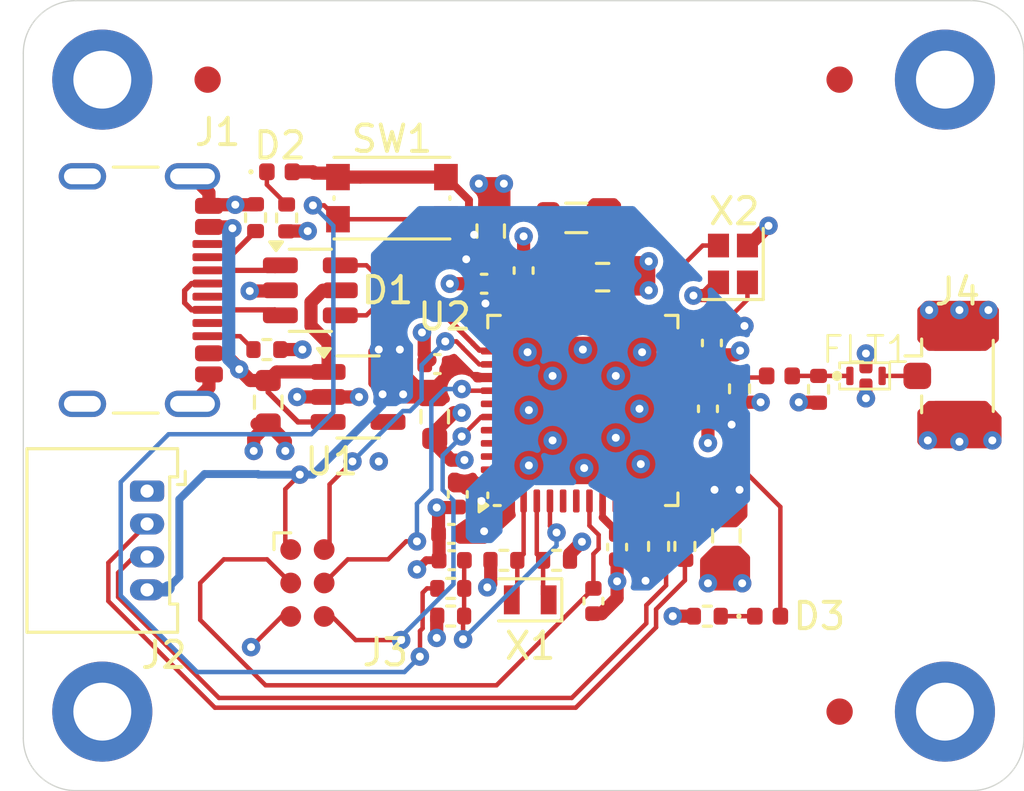
<source format=kicad_pcb>
(kicad_pcb (version 20240108) (generator "pcbnew") (generator_version "8.0")
  (layers (0 "F.Cu" signal) (1 "In1.Cu" signal) (2 "In2.Cu" signal) (31 "B.Cu" signal) (34 "B.Paste" user) (35 "F.Paste" user) (36 "B.SilkS" user "B.Silkscreen") (37 "F.SilkS" user "F.Silkscreen") (38 "B.Mask" user) (39 "F.Mask" user) (44 "Edge.Cuts" user))
  (net 0 "")
  (net 1 "GND")
  (net 2 "+5V")
  (net 3 "+3.3V")
  (net 4 "/LSE_OUT")
  (net 5 "/LSE_IN")
  (net 6 "/SWD_NRST")
  (net 7 "/SMPSFB")
  (net 8 "/RF")
  (net 9 "/RF_MATCH")
  (net 10 "/BOOT0")
  (net 11 "/LED_A")
  (net 12 "/RF_ANT")
  (net 14 "/USBC_CC1")
  (net 15 "/USBC_CC2")
  (net 17 "/USBC_D+")
  (net 18 "/USBC_D-")
  (net 19 "/SWD_CLK")
  (net 20 "/SWD_IO")
  (net 21 "/SWD_SWO")
  (net 22 "/UART_TXC")
  (net 23 "/UART_TXR")
  (net 24 "/SMPSLXL")
  (net 25 "/SMPSLX")
  (net 26 "/UART_TX")
  (net 27 "/UART_RX")
  (net 29 "/USB_D-")
  (net 30 "/USB_D+")
  (net 31 "/HSE_IN")
  (net 32 "/HSE_OUT")
  (net 33 "Net-(D2-K)")
  (net 55 "Net-(D3-K)")
  (net 56 "Net-(R8-Pad2)")
  (footprint "Capacitor_SMD:C_0402_1005Metric" (layer "F.Cu") (at 110.5645 77.4665 -90)
    (property "Reference" "C11" (hide yes))
    (property "Value" "100n" (hide yes))
  )
  (footprint "Capacitor_SMD:C_0402_1005Metric" (layer "F.Cu") (at 107.0145 66.9665 90)
    (property "Reference" "C10" (hide yes))
    (property "Value" "100n" (hide yes))
  )
  (footprint "Capacitor_SMD:C_0402_1005Metric" (layer "F.Cu") (at 105.5145 67.4665 180)
    (property "Reference" "C4" (hide yes))
    (property "Value" "100n" (hide yes))
  )
  (footprint "Inductor_SMD:L_0402_1005Metric" (layer "F.Cu") (at 116.7295 70.9665)
    (property "Reference" "L3" (hide yes))
    (property "Value" "2n7" (hide yes))
  )
  (footprint "LED_SMD:LED_0402_1005Metric" (layer "F.Cu") (at 97.7495 63.2165)
    (property "Reference" "D2")
    (property "Value" "LED" (hide yes))
  )
  (footprint "LED_SMD:LED_0402_1005Metric" (layer "F.Cu") (at 116.2795 80.0915)
    (property "Reference" "D3")
    (property "Value" "LED" (hide yes))
  )
  (footprint "Resistor_SMD:R_0402_1005Metric" (layer "F.Cu") (at 104.247 79.0365 180)
    (property "Reference" "R8" (hide yes))
    (property "Value" "220R" (hide yes))
  )
  (footprint "Resistor_SMD:R_0402_1005Metric" (layer "F.Cu") (at 98.0145 64.9665 90)
    (property "Reference" "R3" (hide yes))
    (property "Value" "220R" (hide yes))
  )
  (footprint "Package_DFN_QFN:QFN-48-1EP_7x7mm_P0.5mm_EP5.6x5.6mm" (layer "F.Cu") (at 109.2645 72.279 90)
    (property "Reference" "U2")
    (property "Value" "STM32WB55CEU6" (hide yes))
  )
  (footprint "MountingHole:MountingHole_2.2mm_M2_DIN965_Pad" (layer "F.Cu") (at 123.0145 83.7165)
    (property "Reference" "H4" (hide yes))
    (property "Value" "MountingHole_Pad" (hide yes))
  )
  (footprint "Connector_Coaxial:U.FL_Hirose_U.FL-R-SMT-1_Vertical" (layer "F.Cu") (at 123.0145 70.9665)
    (property "Reference" "J4")
    (property "Value" "Conn_Coaxial" (hide yes))
  )
  (footprint "Resistor_SMD:R_0402_1005Metric" (layer "F.Cu") (at 104.2445 80.0865 180)
    (property "Reference" "R7" (hide yes))
    (property "Value" "5k1" (hide yes))
  )
  (footprint "Capacitor_SMD:C_0402_1005Metric" (layer "F.Cu") (at 109.6645 79.5165 -90)
    (property "Reference" "C15" (hide yes))
    (property "Value" "100n" (hide yes))
  )
  (footprint "Resistor_SMD:R_0402_1005Metric" (layer "F.Cu") (at 108.2645 77.9715)
    (property "Reference" "C13" (hide yes))
    (property "Value" "10p" (hide yes))
  )
  (footprint "Button_Switch_SMD:SW_Push_1P1T_NO_CK_KMR2" (layer "F.Cu") (at 102.0145 64.2165 180)
    (property "Reference" "SW1")
    (property "Value" "SW_Push" (hide yes))
  )
  (footprint "Resistor_SMD:R_0402_1005Metric" (layer "F.Cu") (at 113.9895 80.0915)
    (property "Reference" "R6" (hide yes))
    (property "Value" "220R" (hide yes))
  )
  (footprint "Bluephil_PCBFootprints:DLF162500LT-5028A1" (layer "F.Cu") (at 120.017 70.9675)
    (property "Reference" "FLT1")
    (property "Value" "DLF162500LT-5028A1" (hide yes))
  )
  (footprint "Inductor_SMD:L_0402_1005Metric" (layer "F.Cu") (at 108.0145 66.9815 90)
    (property "Reference" "L1" (hide yes))
    (property "Value" "10n" (hide yes))
  )
  (footprint "MountingHole:MountingHole_2.2mm_M2_DIN965_Pad" (layer "F.Cu") (at 91.0145 59.7165)
    (property "Reference" "H1" (hide yes))
    (property "Value" "MountingHole_Pad" (hide yes))
  )
  (footprint "Capacitor_SMD:C_0402_1005Metric" (layer "F.Cu") (at 104.2845 77.9665 180)
    (property "Reference" "C19" (hide yes))
    (property "Value" "100n" (hide yes))
  )
  (footprint "Fiducial:Fiducial_1mm_Mask2mm" (layer "F.Cu") (at 119.0145 83.7165)
    (property "Reference" "FM3" (hide yes))
    (property "Value" "Fiducial" (hide yes))
  )
  (footprint "Resistor_SMD:R_0603_1608Metric" (layer "F.Cu") (at 105.7645 65.4665 90)
    (property "Reference" "C8" (hide yes))
    (property "Value" "4u7" (hide yes))
  )
  (footprint "Connector_Molex:Molex_PicoBlade_53048-0410_1x04_P1.25mm_Horizontal" (layer "F.Cu") (at 92.7145 75.3415 -90)
    (property "Reference" "J3")
    (property "Value" "Conn_01x04" (hide yes))
  )
  (footprint "Capacitor_SMD:C_0402_1005Metric" (layer "F.Cu") (at 104.2645 76.9665 180)
    (property "Reference" "C9" (hide yes))
    (property "Value" "100n" (hide yes))
  )
  (footprint "Capacitor_SMD:C_0402_1005Metric" (layer "F.Cu") (at 103.7395 70.5165 180)
    (property "Reference" "C6" (hide yes))
    (property "Value" "100n" (hide yes))
  )
  (footprint "Crystal:Crystal_SMD_2012-2Pin_2.0x1.2mm" (layer "F.Cu") (at 107.2645 79.4715 180)
    (property "Reference" "X1")
    (property "Value" "32k768" (hide yes))
  )
  (footprint "Resistor_SMD:R_0402_1005Metric" (layer "F.Cu") (at 118.2145 71.4765 -90)
    (property "Reference" "C18" (hide yes))
    (property "Value" "0p3" (hide yes))
  )
  (footprint "Fiducial:Fiducial_1mm_Mask2mm" (layer "F.Cu") (at 95.0145 59.7165)
    (property "Reference" "FM1" (hide yes))
    (property "Value" "Fiducial" (hide yes))
  )
  (footprint "Capacitor_SMD:C_0402_1005Metric" (layer "F.Cu") (at 114.1645 69.7165 -90)
    (property "Reference" "C12" (hide yes))
    (property "Value" "100n" (hide yes))
  )
  (footprint "Resistor_SMD:R_0402_1005Metric" (layer "F.Cu") (at 112.1395 77.4415 90)
    (property "Reference" "R4" (hide yes))
    (property "Value" "220R" (hide yes))
  )
  (footprint "Resistor_SMD:R_0603_1608Metric" (layer "F.Cu") (at 97.3145 71.9665 -90)
    (property "Reference" "C1" (hide yes))
    (property "Value" "4u7" (hide yes))
  )
  (footprint "Capacitor_SMD:C_0402_1005Metric" (layer "F.Cu") (at 104.5145 75.4665 -90)
    (property "Reference" "C7" (hide yes))
    (property "Value" "100n" (hide yes))
  )
  (footprint "Connector:Tag-Connect_TC2030-IDC-FP_2x03_P1.27mm_Vertical" (layer "F.Cu") (at 98.8045 78.8315 -90)
    (property "Reference" "J2")
    (property "Value" "Conn_ARM_SWD_TagConnect_TC2030" (hide yes))
  )
  (footprint "Connector_USB:USB_C_Receptacle_GCT_USB4105-xx-A_16P_TopMnt_Horizontal" (layer "F.Cu") (at 91.3345 67.7085 -90)
    (property "Reference" "J1")
    (property "Value" "USB_C_Receptacle_USB2.0_16P" (hide yes))
  )
  (footprint "Resistor_SMD:R_0603_1608Metric" (layer "F.Cu") (at 110.0145 67.2165)
    (property "Reference" "C16" (hide yes))
    (property "Value" "4u7" (hide yes))
  )
  (footprint "Package_TO_SOT_SMD:SOT-23-6" (layer "F.Cu") (at 98.9145 67.7165)
    (property "Reference" "D1")
    (property "Value" "USBLC6-2SC6" (hide yes))
  )
  (footprint "Resistor_SMD:R_0402_1005Metric" (layer "F.Cu") (at 115.2145 71.4565 -90)
    (property "Reference" "C17" (hide yes))
    (property "Value" "0p8" (hide yes))
  )
  (footprint "Resistor_SMD:R_0402_1005Metric" (layer "F.Cu") (at 113.1395 77.4415 90)
    (property "Reference" "R5" (hide yes))
    (property "Value" "220R" (hide yes))
  )
  (footprint "Crystal:Crystal_SMD_2016-4Pin_2.0x1.6mm" (layer "F.Cu") (at 114.9645 66.7165 90)
    (property "Reference" "X2")
    (property "Value" "32M" (hide yes))
  )
  (footprint "Inductor_SMD:L_0805_2012Metric" (layer "F.Cu") (at 109.0145 64.9665)
    (property "Reference" "L2" (hide yes))
    (property "Value" "10u" (hide yes))
  )
  (footprint "Resistor_SMD:R_0402_1005Metric" (layer "F.Cu") (at 96.8345 64.9565 90)
    (property "Reference" "R2" (hide yes))
    (property "Value" "5k1" (hide yes))
  )
  (footprint "Resistor_SMD:R_0402_1005Metric" (layer "F.Cu") (at 97.2645 69.9665)
    (property "Reference" "R1" (hide yes))
    (property "Value" "5k1" (hide yes))
  )
  (footprint "Resistor_SMD:R_0603_1608Metric" (layer "F.Cu") (at 103.6395 72.5165 -90)
    (property "Reference" "C3" (hide yes))
    (property "Value" "4u7" (hide yes))
  )
  (footprint "MountingHole:MountingHole_2.2mm_M2_DIN965_Pad" (layer "F.Cu") (at 123.0145 59.7165)
    (property "Reference" "H3" (hide yes))
    (property "Value" "MountingHole_Pad" (hide yes))
  )
  (footprint "Fiducial:Fiducial_1mm_Mask2mm" (layer "F.Cu") (at 119.0145 59.7165)
    (property "Reference" "FM2" (hide yes))
    (property "Value" "Fiducial" (hide yes))
  )
  (footprint "Package_TO_SOT_SMD:SOT-23-5" (layer "F.Cu") (at 100.727 71.7665)
    (property "Reference" "U1")
    (property "Value" "MIC5365-3.3YD5" (hide yes))
  )
  (footprint "MountingHole:MountingHole_2.2mm_M2_DIN965_Pad" (layer "F.Cu") (at 91.0145 83.7165)
    (property "Reference" "H2" (hide yes))
    (property "Value" "MountingHole_Pad" (hide yes))
  )
  (footprint "Resistor_SMD:R_0603_1608Metric" (layer "F.Cu") (at 114.7145 77.0415 -90)
    (property "Reference" "C2" (hide yes))
    (property "Value" "4u7" (hide yes))
  )
  (footprint "Capacitor_SMD:C_0402_1005Metric" (layer "F.Cu") (at 114.0145 72.2165 -90)
    (property "Reference" "C5" (hide yes))
    (property "Value" "100n" (hide yes))
  )
  (footprint "Resistor_SMD:R_0402_1005Metric" (layer "F.Cu") (at 106.2645 77.9715 180)
    (property "Reference" "C14" (hide yes))
    (property "Value" "10p" (hide yes))
  )
  (gr_arc (start 88.0145 58.7165) (mid 88.600286 57.302286) (end 90.0145 56.7165) (stroke (width 0.05)) (layer "Edge.Cuts"))
  (gr_arc (start 126.0145 84.7165) (mid 125.428714 86.130714) (end 124.0145 86.7165) (stroke (width 0.05)) (layer "Edge.Cuts"))
  (gr_line (start 90.0145 56.7165) (end 124.0145 56.7165) (stroke (width 0.05)) (layer "Edge.Cuts"))
  (gr_line (start 90.0145 86.7165) (end 124.0145 86.7165) (stroke (width 0.05)) (layer "Edge.Cuts"))
  (gr_arc (start 90.0145 86.7165) (mid 88.600286 86.130714) (end 88.0145 84.7165) (stroke (width 0.05)) (layer "Edge.Cuts"))
  (gr_line (start 88.0145 58.7165) (end 88.0145 84.7165) (stroke (width 0.05)) (layer "Edge.Cuts"))
  (gr_line (start 126.0145 58.7165) (end 126.0145 84.7165) (stroke (width 0.05)) (layer "Edge.Cuts"))
  (gr_arc (start 124.0145 56.7165) (mid 125.428714 57.302286) (end 126.0145 58.7165) (stroke (width 0.05)) (layer "Edge.Cuts"))
  (segment (start 103.3145 77.9665) (end 103.8045 77.9665) (width 0.3) (layer "F.Cu") (net 1))
  (segment (start 96.6645 81.2665) (end 97.8295 80.1015) (width 0.17) (layer "F.Cu") (net 1))
  (segment (start 115.5145 66.0165) (end 115.5645 66.0165) (width 0.5) (layer "F.Cu") (net 1))
  (segment (start 95.0645 64.5085) (end 95.0645 64.0135) (width 0.5) (layer "F.Cu") (net 1))
  (segment (start 102.9645 78.3165) (end 103.3145 77.9665) (width 0.3) (layer "F.Cu") (net 1))
  (segment (start 104.762523 74.1665) (end 104.767427 74.161596) (width 0.5) (layer "F.Cu") (net 1))
  (segment (start 113.4795 80.0915) (end 112.6795 80.0915) (width 0.5) (layer "F.Cu") (net 1))
  (segment (start 105.7645 78.8665) (end 105.6345 78.9965) (width 0.5) (layer "F.Cu") (net 1))
  (segment (start 109.974499 79.9965) (end 110.5645 79.406499) (width 0.5) (layer "F.Cu") (net 1))
  (segment (start 98.0145 65.4665) (end 98.8145 65.4665) (width 0.5) (layer "F.Cu") (net 1))
  (segment (start 107.0145 66.4665) (end 107.0145 65.6665) (width 0.5) (layer "F.Cu") (net 1))
  (segment (start 109.2295 77.2665) (end 108.7645 77.7315) (width 0.5) (layer "F.Cu") (net 1))
  (segment (start 108.7645 77.7315) (end 108.7645 77.9715) (width 0.5) (layer "F.Cu") (net 1))
  (segment (start 97.752 67.7415) (end 97.777 67.7165) (width 0.5) (layer "F.Cu") (net 1))
  (segment (start 113.832 70.529) (end 114.1645 70.1965) (width 0.25) (layer "F.Cu") (net 1))
  (segment (start 103.8045 76.9865) (end 103.7845 76.9665) (width 0.5) (layer "F.Cu") (net 1))
  (segment (start 96.0145 64.5165) (end 96.0645 64.4665) (width 0.5) (layer "F.Cu") (net 1))
  (segment (start 103.6395 73.0915) (end 104.365241 72.365759) (width 0.5) (layer "F.Cu") (net 1))
  (segment (start 112.702 70.529) (end 111.0145 70.529) (width 0.25) (layer "F.Cu") (net 1))
  (segment (start 95.1065 64.4665) (end 95.0645 64.5085) (width 0.5) (layer "F.Cu") (net 1))
  (segment (start 110.5645 79.406499) (end 110.5645 78.7665) (width 0.5) (layer "F.Cu") (net 1))
  (segment (start 97.9645 73.8165) (end 97.9645 73.4415) (width 0.5) (layer "F.Cu") (net 1))
  (segment (start 103.7845 76.0365) (end 103.7145 75.9665) (width 0.5) (layer "F.Cu") (net 1))
  (segment (start 99.5895 71.7665) (end 100.7645 71.7665) (width 0.5) (layer "F.Cu") (net 1))
  (segment (start 103.8045 77.9665) (end 103.8045 76.9865) (width 0.5) (layer "F.Cu") (net 1))
  (segment (start 110.5645 77.9665) (end 110.5645 78.7665) (width 0.5) (layer "F.Cu") (net 1))
  (segment (start 113.9145 67.9165) (end 114.4145 67.4165) (width 0.5) (layer "F.Cu") (net 1))
  (segment (start 115.0745 70.1665) (end 115.2345 70.0065) (width 0.5) (layer "F.Cu") (net 1))
  (segment (start 118.2645 71.9665) (end 117.4645 71.9665) (width 0.5) (layer "F.Cu") (net 1))
  (segment (start 108.5145 71.529) (end 109.2645 72.279) (width 0.25) (layer "F.Cu") (net 1))
  (segment (start 112.702 70.529) (end 113.832 70.529) (width 0.25) (layer "F.Cu") (net 1))
  (segment (start 95.0645 71.4035) (end 94.4395 72.0285) (width 0.5) (layer "F.Cu") (net 1))
  (segment (start 111.0145 70.529) (end 109.2645 72.279) (width 0.25) (layer "F.Cu") (net 1))
  (segment (start 113.4645 67.9165) (end 113.9145 67.9165) (width 0.5) (layer "F.Cu") (net 1))
  (segment (start 96.7645 73.8165) (end 96.7645 73.3415) (width 0.5) (layer "F.Cu") (net 1))
  (segment (start 103.6395 73.3415) (end 103.6395 73.0915) (width 0.5) (layer "F.Cu") (net 1))
  (segment (start 103.6395 73.5415) (end 103.6395 73.3415) (width 0.5) (layer "F.Cu") (net 1))
  (segment (start 103.239611 69.401611) (end 103.239611 70.146611) (width 0.5) (layer "F.Cu") (net 1))
  (segment (start 97.9645 73.4415) (end 97.3145 72.7915) (width 0.5) (layer "F.Cu") (net 1))
  (segment (start 96.8645 64.4665) (end 96.0645 64.4665) (width 0.5) (layer "F.Cu") (net 1))
  (segment (start 108.5145 68.8415) (end 108.5145 71.529) (width 0.25) (layer "F.Cu") (net 1))
  (segment (start 105.0145 67.4665) (end 104.2145 67.4665) (width 0.5) (layer "F.Cu") (net 1))
  (segment (start 104.2645 74.1665) (end 104.762523 74.1665) (width 0.5) (layer "F.Cu") (net 1))
  (segment (start 95.0645 70.9085) (end 95.0645 71.4035) (width 0.5) (layer "F.Cu") (net 1))
  (segment (start 99.5895 71.7665) (end 98.4145 71.7665) (width 0.5) (layer "F.Cu") (net 1))
  (segment (start 114.2145 70.1665) (end 115.0745 70.1665) (width 0.5) (layer "F.Cu") (net 1))
  (segment (start 103.239611 70.146611) (end 103.4595 70.3665) (width 0.5) (layer "F.Cu") (net 1))
  (segment (start 115.5645 66.0165) (end 116.3145 65.2665) (width 0.5) (layer "F.Cu") (net 1))
  (segment (start 96.8895 72.7915) (end 97.3145 72.7915) (width 0.5) (layer "F.Cu") (net 1))
  (segment (start 95.0645 64.0135) (end 94.4395 63.3885) (width 0.5) (layer "F.Cu") (net 1))
  (segment (start 97.8145 69.9665) (end 98.6145 69.9665) (width 0.5) (layer "F.Cu") (net 1))
  (segment (start 96.0645 64.4665) (end 95.1065 64.4665) (width 0.5) (layer "F.Cu") (net 1))
  (segment (start 97.8295 80.1015) (end 98.1695 80.1015) (width 0.17) (layer "F.Cu") (net 1))
  (segment (start 96.7645 73.3415) (end 97.3145 72.7915) (width 0.5) (layer "F.Cu") (net 1))
  (segment (start 104.5145 75.9665) (end 103.7145 75.9665) (width 0.5) (layer "F.Cu") (net 1))
  (segment (start 96.6145 67.7415) (end 97.752 67.7415) (width 0.5) (layer "F.Cu") (net 1))
  (segment (start 115.2145 71.9665) (end 116.0145 71.9665) (width 0.5) (layer "F.Cu") (net 1))
  (segment (start 105.7645 77.9715) (end 105.7645 78.8665) (width 0.5) (layer "F.Cu") (net 1))
  (segment (start 109.6645 79.9965) (end 109.974499 79.9965) (width 0.5) (layer "F.Cu") (net 1))
  (segment (start 104.365241 72.365759) (end 104.661543 72.365759) (width 0.5) (layer "F.Cu") (net 1))
  (segment (start 103.7845 76.9665) (end 103.7845 76.0365) (width 0.5) (layer "F.Cu") (net 1))
  (segment (start 103.7145 80.1165) (end 103.7145 80.9165) (width 0.5) (layer "F.Cu") (net 1))
  (segment (start 104.2645 74.1665) (end 103.6395 73.5415) (width 0.5) (layer "F.Cu") (net 1))
  (segment (start 103.1545 69.3165) (end 103.239611 69.401611) (width 0.5) (layer "F.Cu") (net 1))
  (segment (start 114.0145 72.7165) (end 114.0145 73.5165) (width 0.5) (layer "F.Cu") (net 1))
  (via (at 96.6145 67.7415) (size 0.7) (drill 0.3) (layers "F.Cu" "B.Cu") (net 1))
  (via (at 110.5145 73.3165) (size 0.7) (drill 0.3) (layers "F.Cu" "B.Cu") (net 1))
  (via (at 109.3145 74.4665) (size 0.7) (drill 0.3) (layers "F.Cu" "B.Cu") (net 1))
  (via (at 120.0145 70.1165) (size 0.7) (drill 0.3) (layers "F.Cu" "B.Cu") (net 1))
  (via (at 98.6145 69.9665) (size 0.7) (drill 0.3) (layers "F.Cu" "B.Cu") (net 1))
  (via (at 108.1145 73.4165) (size 0.7) (drill 0.3) (layers "F.Cu" "B.Cu") (net 1))
  (via (at 115.3145 78.8415) (size 0.7) (drill 0.3) (layers "F.Cu" "B.Cu") (net 1))
  (via (at 96.0645 64.4665) (size 0.7) (drill 0.3) (layers "F.Cu" "B.Cu") (net 1))
  (via (at 107.2145 72.2665) (size 0.7) (drill 0.3) (layers "F.Cu" "B.Cu") (net 1))
  (via (at 103.7145 80.9165) (size 0.7) (drill 0.3) (layers "F.Cu" "B.Cu") (net 1))
  (via (at 117.4645 71.9665) (size 0.7) (drill 0.3) (layers "F.Cu" "B.Cu") (net 1))
  (via (at 124.6645 68.4665) (size 0.7) (drill 0.3) (layers "F.Cu" "B.Cu") (net 1))
  (via (at 114.0145 73.5165) (size 0.7) (drill 0.3) (layers "F.Cu" "B.Cu") (net 1))
  (via (at 98.8145 65.4665) (size 0.7) (drill 0.3) (layers "F.Cu" "B.Cu") (net 1))
  (via (at 113.4645 67.9165) (size 0.7) (drill 0.3) (layers "F.Cu" "B.Cu") (net 1))
  (via (at 111.5145 70.0665) (size 0.7) (drill 0.3) (layers "F.Cu" "B.Cu") (net 1))
  (via (at 111.7645 66.6165) (size 0.7) (drill 0.3) (layers "F.Cu" "B.Cu") (net 1))
  (via (at 104.2145 67.4665) (size 0.7) (drill 0.3) (layers "F.Cu" "B.Cu") (net 1))
  (via (at 115.2345 70.0065) (size 0.7) (drill 0.3) (layers "F.Cu" "B.Cu") (net 1))
  (via (at 107.0145 65.6665) (size 0.7) (drill 0.3) (layers "F.Cu" "B.Cu") (net 1))
  (via (at 103.7145 75.9665) (size 0.7) (drill 0.3) (layers "F.Cu" "B.Cu") (net 1))
  (via (at 103.1545 69.3165) (size 0.7) (drill 0.3) (layers "F.Cu" "B.Cu") (net 1))
  (via (at 114.0145 78.8415) (size 0.7) (drill 0.3) (layers "F.Cu" "B.Cu") (net 1))
  (via (at 109.2645 69.9665) (size 0.7) (drill 0.3) (layers "F.Cu" "B.Cu") (net 1))
  (via (at 111.7645 67.7165) (size 0.7) (drill 0.3) (layers "F.Cu" "B.Cu") (net 1))
  (via (at 105.6345 78.9965) (size 0.7) (drill 0.3) (layers "F.Cu" "B.Cu") (net 1))
  (via (at 120.0145 71.8165) (size 0.7) (drill 0.3) (layers "F.Cu" "B.Cu") (net 1))
  (via (at 111.4145 72.2165) (size 0.7) (drill 0.3) (layers "F.Cu" "B.Cu") (net 1))
  (via (at 110.5645 78.7665) (size 0.7) (drill 0.3) (layers "F.Cu" "B.Cu") (net 1))
  (via (at 108.1145 70.9665) (size 0.7) (drill 0.3) (layers "F.Cu" "B.Cu") (net 1))
  (via (at 110.5145 70.9665) (size 0.7) (drill 0.3) (layers "F.Cu" "B.Cu") (net 1))
  (via (at 97.9645 73.8165) (size 0.7) (drill 0.3) (layers "F.Cu" "B.Cu") (net 1))
  (via (at 107.1645 70.0665) (size 0.7) (drill 0.3) (layers "F.Cu" "B.Cu") (net 1))
  (via (at 124.8145 73.4165) (size 0.7) (drill 0.3) (layers "F.Cu" "B.Cu") (net 1))
  (via (at 104.661543 72.365759) (size 0.7) (drill 0.3) (layers "F.Cu" "B.Cu") (net 1))
  (via (at 104.767427 74.161596) (size 0.7) (drill 0.3) (layers "F.Cu" "B.Cu") (net 1))
  (via (at 100.7645 71.7665) (size 0.7) (drill 0.3) (layers "F.Cu" "B.Cu") (net 1))
  (via (at 123.5645 68.4665) (size 0.7) (drill 0.3) (layers "F.Cu" "B.Cu") (net 1))
  (via (at 112.6795 80.0915) (size 0.7) (drill 0.3) (layers "F.Cu" "B.Cu") (net 1))
  (via (at 109.2295 77.2665) (size 0.7) (drill 0.3) (layers "F.Cu" "B.Cu") (net 1))
  (via (at 106.2645 63.6665) (size 0.7) (drill 0.3) (layers "F.Cu" "B.Cu") (net 1))
  (via (at 111.4645 74.3165) (size 0.7) (drill 0.3) (layers "F.Cu" "B.Cu") (net 1))
  (via (at 116.3145 65.2665) (size 0.7) (drill 0.3) (layers "F.Cu" "B.Cu") (net 1))
  (via (at 96.7645 73.8165) (size 0.7) (drill 0.3) (layers "F.Cu" "B.Cu") (net 1))
  (via (at 102.9645 78.3165) (size 0.7) (drill 0.3) (layers "F.Cu" "B.Cu") (net 1))
  (via (at 123.5645 73.4665) (size 0.7) (drill 0.3) (layers "F.Cu" "B.Cu") (net 1))
  (via (at 96.6645 81.2665) (size 0.7) (drill 0.3) (layers "F.Cu" "B.Cu") (net 1))
  (via (at 98.4145 71.7665) (size 0.7) (drill 0.3) (layers "F.Cu" "B.Cu") (net 1))
  (via (at 116.0145 71.9665) (size 0.7) (drill 0.3) (layers "F.Cu" "B.Cu") (net 1))
  (via (at 107.2145 74.3665) (size 0.7) (drill 0.3) (layers "F.Cu" "B.Cu") (net 1))
  (via (at 105.3145 63.6665) (size 0.7) (drill 0.3) (layers "F.Cu" "B.Cu") (net 1))
  (via (at 122.4145 68.4665) (size 0.7) (drill 0.3) (layers "F.Cu" "B.Cu") (net 1))
  (via (at 101.5145 74.2165) (size 0.7) (drill 0.3) (layers "F.Cu" "B.Cu") (net 1))
  (via (at 122.3645 73.4165) (size 0.7) (drill 0.3) (layers "F.Cu" "B.Cu") (net 1))
  (segment (start 99.389501 67.7165) (end 100.052 67.7165) (width 0.5) (layer "F.Cu") (net 2))
  (segment (start 98.9395 69.069184) (end 98.9395 68.166501) (width 0.5) (layer "F.Cu") (net 2))
  (segment (start 95.642184 70.1085) (end 96.2145 70.680816) (width 0.5) (layer "F.Cu") (net 2))
  (segment (start 95.0645 70.1085) (end 95.642184 70.1085) (width 0.5) (layer "F.Cu") (net 2))
  (segment (start 96.6395 71.1415) (end 97.3145 71.1415) (width 0.5) (layer "F.Cu") (net 2))
  (segment (start 99.5895 70.8165) (end 99.5895 69.719184) (width 0.5) (layer "F.Cu") (net 2))
  (segment (start 95.904422 65.3085) (end 95.0645 65.3085) (width 0.5) (layer "F.Cu") (net 2))
  (segment (start 96.2145 70.680816) (end 96.2145 70.7165) (width 0.5) (layer "F.Cu") (net 2))
  (segment (start 97.3145 71.585739) (end 97.3145 71.1415) (width 0.2) (layer "F.Cu") (net 2))
  (segment (start 99.5895 72.7165) (end 98.445261 72.7165) (width 0.2) (layer "F.Cu") (net 2))
  (segment (start 96.2145 70.7165) (end 96.6395 71.1415) (width 0.5) (layer "F.Cu") (net 2))
  (segment (start 99.5895 69.719184) (end 98.9395 69.069184) (width 0.5) (layer "F.Cu") (net 2))
  (segment (start 95.955842 65.35992) (end 95.904422 65.3085) (width 0.5) (layer "F.Cu") (net 2))
  (segment (start 97.3145 71.1415) (end 97.6395 70.8165) (width 0.5) (layer "F.Cu") (net 2))
  (segment (start 97.6395 70.8165) (end 99.5895 70.8165) (width 0.5) (layer "F.Cu") (net 2))
  (segment (start 98.445261 72.7165) (end 97.3145 71.585739) (width 0.2) (layer "F.Cu") (net 2))
  (segment (start 98.9395 68.166501) (end 99.389501 67.7165) (width 0.5) (layer "F.Cu") (net 2))
  (via (at 96.2145 70.7165) (size 0.7) (drill 0.3) (layers "F.Cu" "B.Cu") (remove_unused_layers yes) (net 2))
  (via (at 95.955842 65.35992) (size 0.7) (drill 0.3) (layers "F.Cu" "B.Cu") (remove_unused_layers yes) (net 2))
  (segment (start 95.8145 65.501262) (end 95.8145 70.3165) (width 0.5) (layer "B.Cu") (net 2))
  (segment (start 95.955842 65.35992) (end 95.8145 65.501262) (width 0.5) (layer "B.Cu") (net 2))
  (segment (start 95.8145 70.3165) (end 96.2145 70.7165) (width 0.5) (layer "B.Cu") (net 2))
  (segment (start 113.327 71.529) (end 113.3395 71.5165) (width 0.25) (layer "F.Cu") (net 3))
  (segment (start 115.236104 69.1015) (end 114.1045 69.1015) (width 0.5) (layer "F.Cu") (net 3))
  (segment (start 114.6495 72.5515) (end 114.9145 72.8165) (width 0.25) (layer "F.Cu") (net 3))
  (segment (start 98.2345 63.2165) (end 99.0145 63.2165) (width 0.5) (layer "F.Cu") (net 3))
  (segment (start 105.1345 65.6065) (end 104.9395 65.4115) (width 0.3) (layer "F.Cu") (net 3))
  (segment (start 113.18924 70.029) (end 113.6395 69.57874) (width 0.25) (layer "F.Cu") (net 3))
  (segment (start 113.7945 71.5165) (end 114.0145 71.7365) (width 0.3) (layer "F.Cu") (net 3))
  (segment (start 99.0645 63.2665) (end 99.8145 63.2665) (width 0.5) (layer "F.Cu") (net 3))
  (segment (start 114.465423 72.175933) (end 114.6495 72.36001) (width 0.25) (layer "F.Cu") (net 3))
  (segment (start 97.9642 75.2668) (end 97.9642 77.3562) (width 0.17) (layer "F.Cu") (net 3))
  (segment (start 100.8145 63.4165) (end 104.0645 63.4165) (width 0.5) (layer "F.Cu") (net 3))
  (segment (start 112.702 70.029) (end 113.18924 70.029) (width 0.25) (layer "F.Cu") (net 3))
  (segment (start 99.0145 63.2165) (end 99.0645 63.2665) (width 0.5) (layer "F.Cu") (net 3))
  (segment (start 114.6495 72.36001) (end 114.6495 72.5515) (width 0.25) (layer "F.Cu") (net 3))
  (segment (start 110.5645 76.9865) (end 110.5645 76.8915) (width 0.3) (layer "F.Cu") (net 3))
  (segment (start 110.8845 76.9865) (end 110.5645 76.9865) (width 0.5) (layer "F.Cu") (net 3))
  (segment (start 99.8145 63.2665) (end 99.9645 63.4165) (width 0.5) (layer "F.Cu") (net 3))
  (segment (start 115.401667 69.069817) (end 115.267787 69.069817) (width 0.5) (layer "F.Cu") (net 3))
  (segment (start 110.0145 75.7165) (end 110.0145 76.3415) (width 0.25) (layer "F.Cu") (net 3))
  (segment (start 114.061346 71.7365) (end 114.465423 72.140577) (width 0.3) (layer "F.Cu") (net 3))
  (segment (start 113.6395 69.57874) (end 113.6395 69.5665) (width 0.25) (layer "F.Cu") (net 3))
  (segment (start 115.267787 69.069817) (end 115.236104 69.1015) (width 0.5) (layer "F.Cu") (net 3))
  (segment (start 98.5145 74.7165) (end 97.9642 75.2668) (width 0.17) (layer "F.Cu") (net 3))
  (segment (start 97.9642 77.3562) (end 98.1695 77.5615) (width 0.17) (layer "F.Cu") (net 3))
  (segment (start 114.465423 72.140577) (end 114.465423 72.175933) (width 0.25) (layer "F.Cu") (net 3))
  (segment (start 99.9645 63.4165) (end 100.8145 63.4165) (width 0.5) (layer "F.Cu") (net 3))
  (segment (start 104.9395 64.2915) (end 104.0645 63.4165) (width 0.3) (layer "F.Cu") (net 3))
  (segment (start 114.1045 69.1015) (end 113.6395 69.5665) (width 0.5) (layer "F.Cu") (net 3))
  (segment (start 114.0145 71.7365) (end 114.061346 71.7365) (width 0.3) (layer "F.Cu") (net 3))
  (segment (start 110.5645 76.8915) (end 110.0145 76.3415) (width 0.3) (layer "F.Cu") (net 3))
  (segment (start 112.702 71.529) (end 113.327 71.529) (width 0.25) (layer "F.Cu") (net 3))
  (segment (start 113.3395 71.5165) (end 113.7945 71.5165) (width 0.3) (layer "F.Cu") (net 3))
  (segment (start 111.3695 78.4715) (end 111.3695 77.4715) (width 0.5) (layer "F.Cu") (net 3))
  (segment (start 111.3695 77.4715) (end 110.8845 76.9865) (width 0.5) (layer "F.Cu") (net 3))
  (segment (start 104.9395 65.4115) (end 104.9395 64.2915) (width 0.3) (layer "F.Cu") (net 3))
  (segment (start 111.6445 78.7465) (end 111.3695 78.4715) (width 0.5) (layer "F.Cu") (net 3))
  (via (at 114.2645 75.2915) (size 0.7) (drill 0.3) (layers "F.Cu" "B.Cu") (remove_unused_layers yes) (zone_layer_connections "F.Cu" "B.Cu") (net 3))
  (via (at 101.658682 71.664308) (size 0.7) (drill 0.3) (layers "F.Cu" "B.Cu") (remove_unused_layers yes) (zone_layer_connections "F.Cu" "B.Cu") (net 3))
  (via (at 111.6445 78.7465) (size 0.7) (drill 0.3) (layers "F.Cu" "B.Cu") (remove_unused_layers yes) (zone_layer_connections "B.Cu") (net 3))
  (via (at 105.1345 65.6065) (size 0.7) (drill 0.3) (layers "F.Cu" "B.Cu") (remove_unused_layers yes) (zone_layer_connections "F.Cu" "B.Cu") (net 3))
  (via (at 115.2145 75.2915) (size 0.7) (drill 0.3) (layers "F.Cu" "B.Cu") (remove_unused_layers yes) (zone_layer_connections "F.Cu" "B.Cu") (net 3))
  (via (at 105.4145 75.7165) (size 0.7) (drill 0.3) (layers "F.Cu" "B.Cu") (remove_unused_layers yes) (zone_layer_connections "F.Cu" "B.Cu") (net 3))
  (via (at 105.5645 68.2165) (size 0.7) (drill 0.3) (layers "F.Cu" "B.Cu") (remove_unused_layers yes) (zone_layer_connections "F.Cu" "B.Cu") (net 3))
  (via (at 102.4395 71.6665) (size 0.7) (drill 0.3) (layers "F.Cu" "B.Cu") (remove_unused_layers yes) (zone_layer_connections "F.Cu" "B.Cu") (net 3))
  (via (at 101.5145 69.9665) (size 0.7) (drill 0.3) (layers "F.Cu" "B.Cu") (remove_unused_layers yes) (zone_layer_connections "F.Cu" "B.Cu") (net 3))
  (via (at 102.3145 69.9665) (size 0.7) (drill 0.3) (layers "F.Cu" "B.Cu") (remove_unused_layers yes) (zone_layer_connections "F.Cu" "B.Cu") (net 3))
  (via (at 115.401667 69.069817) (size 0.7) (drill 0.3) (layers "F.Cu" "B.Cu") (remove_unused_layers yes) (zone_layer_connections "B.Cu") (net 3))
  (via (at 105.5145 76.8665) (size 0.7) (drill 0.3) (layers "F.Cu" "B.Cu") (remove_unused_layers yes) (zone_layer_connections "F.Cu" "B.Cu") (net 3))
  (via (at 104.8345 66.5365) (size 0.7) (drill 0.3) (layers "F.Cu" "B.Cu") (remove_unused_layers yes) (zone_layer_connections "F.Cu" "B.Cu") (net 3))
  (via (at 98.5145 74.7165) (size 0.7) (drill 0.3) (layers "F.Cu" "B.Cu") (remove_unused_layers yes) (net 3))
  (via (at 114.9145 72.8165) (size 0.7) (drill 0.3) (layers "F.Cu" "B.Cu") (remove_unused_layers yes) (zone_layer_connections "B.Cu") (net 3))
  (segment (start 92.7145 79.0915) (end 93.4395 79.0915) (width 0.5) (layer "B.Cu") (net 3))
  (segment (start 101.658682 71.664308) (end 101.658682 72.072318) (width 0.3) (layer "B.Cu") (net 3))
  (segment (start 94.897 74.69405) (end 93.9395 75.65155) (width 0.3) (layer "B.Cu") (net 3))
  (segment (start 96.948635 74.7165) (end 96.926185 74.69405) (width 0.3) (layer "B.Cu") (net 3))
  (segment (start 93.9395 75.65155) (end 93.9395 78.5915) (width 0.3) (layer "B.Cu") (net 3))
  (segment (start 101.658682 72.072318) (end 99.0145 74.7165) (width 0.3) (layer "B.Cu") (net 3))
  (segment (start 96.926185 74.69405) (end 94.897 74.69405) (width 0.3) (layer "B.Cu") (net 3))
  (segment (start 99.0145 74.7165) (end 96.948635 74.7165) (width 0.3) (layer "B.Cu") (net 3))
  (segment (start 93.9395 78.5915) (end 93.5145 79.0165) (width 0.3) (layer "B.Cu") (net 3))
  (segment (start 93.4395 79.0915) (end 93.5145 79.0165) (width 0.5) (layer "B.Cu") (net 3))
  (segment (start 107.7545 79.2615) (end 107.9645 79.4715) (width 0.17) (layer "F.Cu") (net 4))
  (segment (start 107.7545 77.9715) (end 107.7545 79.2615) (width 0.17) (layer "F.Cu") (net 4))
  (segment (start 107.5145 75.9715) (end 107.5145 77.7315) (width 0.17) (layer "F.Cu") (net 4))
  (segment (start 107.5145 77.7315) (end 107.7545 77.9715) (width 0.17) (layer "F.Cu") (net 4))
  (segment (start 107.0145 77.7315) (end 106.7745 77.9715) (width 0.17) (layer "F.Cu") (net 5))
  (segment (start 106.7745 79.2615) (end 106.5645 79.4715) (width 0.17) (layer "F.Cu") (net 5))
  (segment (start 106.7745 77.9715) (end 106.7745 79.2615) (width 0.17) (layer "F.Cu") (net 5))
  (segment (start 107.0145 75.9715) (end 107.0145 77.7315) (width 0.17) (layer "F.Cu") (net 5))
  (segment (start 109.5145 75.7165) (end 109.5145 76.653474) (width 0.17) (layer "F.Cu") (net 6))
  (segment (start 97.216474 82.7165) (end 94.73205 80.232076) (width 0.17) (layer "F.Cu") (net 6))
  (segment (start 109.5145 76.653474) (end 109.8645 77.003474) (width 0.17) (layer "F.Cu") (net 6))
  (segment (start 105.9845 82.7165) (end 97.216474 82.7165) (width 0.17) (layer "F.Cu") (net 6))
  (segment (start 94.73205 78.831738) (end 95.629738 77.93405) (width 0.17) (layer "F.Cu") (net 6))
  (segment (start 109.8645 77.529526) (end 109.6645 77.729526) (width 0.17) (layer "F.Cu") (net 6))
  (segment (start 109.6645 77.729526) (end 109.6645 79.0365) (width 0.17) (layer "F.Cu") (net 6))
  (segment (start 97.27205 77.93405) (end 98.1695 78.8315) (width 0.17) (layer "F.Cu") (net 6))
  (segment (start 94.73205 80.232076) (end 94.73205 78.831738) (width 0.17) (layer "F.Cu") (net 6))
  (segment (start 109.8645 77.003474) (end 109.8645 77.529526) (width 0.17) (layer "F.Cu") (net 6))
  (segment (start 109.6645 79.0365) (end 105.9845 82.7165) (width 0.17) (layer "F.Cu") (net 6))
  (segment (start 95.629738 77.93405) (end 97.27205 77.93405) (width 0.17) (layer "F.Cu") (net 6))
  (segment (start 110.077 64.9665) (end 110.0645 64.9665) (width 0.5) (layer "F.Cu") (net 7))
  (segment (start 112.702 71.029) (end 116.182 71.029) (width 0.17) (layer "F.Cu") (net 8))
  (segment (start 116.182 71.029) (end 116.2445 70.9665) (width 0.17) (layer "F.Cu") (net 8))
  (segment (start 118.2145 70.9665) (end 119.4145 70.9665) (width 0.17) (layer "F.Cu") (net 9))
  (segment (start 117.2145 70.9665) (end 118.2145 70.9665) (width 0.17) (layer "F.Cu") (net 9))
  (segment (start 104.7545 79.039) (end 104.757 79.0365) (width 0.17) (layer "F.Cu") (net 10))
  (segment (start 104.757 79.0365) (end 104.757 77.974) (width 0.17) (layer "F.Cu") (net 10))
  (segment (start 104.7145 80.9665) (end 104.7145 80.1265) (width 0.17) (layer "F.Cu") (net 10))
  (segment (start 108.0145 76.6665) (end 108.2645 76.9165) (width 0.17) (layer "F.Cu") (net 10))
  (segment (start 104.7145 80.1265) (end 104.7545 80.0865) (width 0.17) (layer "F.Cu") (net 10))
  (segment (start 108.0145 75.7165) (end 108.0145 76.6665) (width 0.17) (layer "F.Cu") (net 10))
  (segment (start 104.7545 80.0865) (end 104.7545 79.039) (width 0.17) (layer "F.Cu") (net 10))
  (segment (start 104.757 77.974) (end 104.7645 77.9665) (width 0.17) (layer "F.Cu") (net 10))
  (via (at 108.2645 76.9165) (size 0.7) (drill 0.3) (layers "F.Cu" "B.Cu") (remove_unused_layers yes) (net 10))
  (via (at 104.7145 80.9665) (size 0.7) (drill 0.3) (layers "F.Cu" "B.Cu") (remove_unused_layers yes) (net 10))
  (segment (start 108.2645 77.4165) (end 104.7145 80.9665) (width 0.17) (layer "B.Cu") (net 10))
  (segment (start 108.2645 76.9165) (end 108.2645 77.4165) (width 0.17) (layer "B.Cu") (net 10))
  (segment (start 112.702 73.529) (end 113.139499 73.529) (width 0.17) (layer "F.Cu") (net 11))
  (segment (start 113.3795 73.779526) (end 113.866474 74.2665) (width 0.17) (layer "F.Cu") (net 11))
  (segment (start 115.0895 74.2665) (end 116.7645 75.9415) (width 0.17) (layer "F.Cu") (net 11))
  (segment (start 113.3795 73.769001) (end 113.3795 73.779526) (width 0.17) (layer "F.Cu") (net 11))
  (segment (start 116.7645 75.9415) (end 116.7645 80.0915) (width 0.17) (layer "F.Cu") (net 11))
  (segment (start 113.866474 74.2665) (end 115.0895 74.2665) (width 0.17) (layer "F.Cu") (net 11))
  (segment (start 113.139499 73.529) (end 113.3795 73.769001) (width 0.17) (layer "F.Cu") (net 11))
  (segment (start 120.6395 70.9665) (end 122.1395 70.9665) (width 0.17) (layer "F.Cu") (net 12))
  (segment (start 95.8265 66.4585) (end 95.8345 66.4665) (width 0.2) (layer "F.Cu") (net 14))
  (segment (start 95.8345 66.4665) (end 96.8345 65.4665) (width 0.2) (layer "F.Cu") (net 14))
  (segment (start 95.0145 66.4585) (end 95.8265 66.4585) (width 0.2) (layer "F.Cu") (net 14))
  (segment (start 96.7545 69.9665) (end 96.2465 69.4585) (width 0.17) (layer "F.Cu") (net 15))
  (segment (start 96.2465 69.4585) (end 95.0145 69.4585) (width 0.17) (layer "F.Cu") (net 15))
  (segment (start 94.40709 68.4585) (end 94.1395 68.19091) (width 0.2) (layer "F.Cu") (net 17))
  (segment (start 94.40709 67.4585) (end 95.0145 67.4585) (width 0.2) (layer "F.Cu") (net 17))
  (segment (start 97.569 68.4585) (end 95.0145 68.4585) (width 0.2) (layer "F.Cu") (net 17))
  (segment (start 94.1395 68.19091) (end 94.1395 67.72609) (width 0.2) (layer "F.Cu") (net 17))
  (segment (start 95.0145 68.4585) (end 94.40709 68.4585) (width 0.2) (layer "F.Cu") (net 17))
  (segment (start 94.1395 67.72609) (end 94.40709 67.4585) (width 0.2) (layer "F.Cu") (net 17))
  (segment (start 97.777 68.6665) (end 97.569 68.4585) (width 0.2) (layer "F.Cu") (net 17))
  (segment (start 95.62191 66.9585) (end 95.8895 67.22609) (width 0.2) (layer "F.Cu") (net 18))
  (segment (start 95.8895 67.22609) (end 95.8895 67.69091) (width 0.2) (layer "F.Cu") (net 18))
  (segment (start 97.777 66.7665) (end 97.585 66.9585) (width 0.2) (layer "F.Cu") (net 18))
  (segment (start 95.62191 67.9585) (end 95.0145 67.9585) (width 0.2) (layer "F.Cu") (net 18))
  (segment (start 97.777 66.7665) (end 97.577 66.9665) (width 0.2) (layer "F.Cu") (net 18))
  (segment (start 95.8895 67.69091) (end 95.62191 67.9585) (width 0.2) (layer "F.Cu") (net 18))
  (segment (start 95.0145 66.9585) (end 95.62191 66.9585) (width 0.2) (layer "F.Cu") (net 18))
  (segment (start 97.585 66.9585) (end 95.0145 66.9585) (width 0.2) (layer "F.Cu") (net 18))
  (segment (start 101.869162 77.93405) (end 100.33695 77.93405) (width 0.17) (layer "F.Cu") (net 19))
  (segment (start 100.33695 77.93405) (end 99.4395 78.8315) (width 0.17) (layer "F.Cu") (net 19))
  (segment (start 102.552945 77.250267) (end 101.869162 77.93405) (width 0.17) (layer "F.Cu") (net 19))
  (segment (start 102.963664 77.250267) (end 102.552945 77.250267) (width 0.17) (layer "F.Cu") (net 19))
  (segment (start 104.664509 71.465761) (end 104.727748 71.529) (width 0.17) (layer "F.Cu") (net 19))
  (segment (start 104.727748 71.529) (end 105.827 71.529) (width 0.17) (layer "F.Cu") (net 19))
  (via (at 104.664509 71.465761) (size 0.7) (drill 0.3) (layers "F.Cu" "B.Cu") (remove_unused_layers yes) (net 19))
  (via (at 102.963664 77.250267) (size 0.7) (drill 0.3) (layers "F.Cu" "B.Cu") (remove_unused_layers yes) (net 19))
  (segment (start 102.963664 75.81931) (end 102.963664 77.250267) (width 0.17) (layer "B.Cu") (net 19))
  (segment (start 104.015239 71.465761) (end 103.5095 71.9715) (width 0.17) (layer "B.Cu") (net 19))
  (segment (start 104.664509 71.465761) (end 104.015239 71.465761) (width 0.17) (layer "B.Cu") (net 19))
  (segment (start 103.5095 71.9715) (end 103.5095 75.273474) (width 0.17) (layer "B.Cu") (net 19))
  (segment (start 103.5095 75.273474) (end 102.963664 75.81931) (width 0.17) (layer "B.Cu") (net 19))
  (segment (start 104.463668 69.657126) (end 104.7045 69.897958) (width 0.17) (layer "F.Cu") (net 20))
  (segment (start 99.6448 75.0862) (end 99.6448 77.3562) (width 0.17) (layer "F.Cu") (net 20))
  (segment (start 104.7045 69.897958) (end 104.7045 69.902858) (width 0.17) (layer "F.Cu") (net 20))
  (segment (start 105.330642 70.529) (end 105.827 70.529) (width 0.17) (layer "F.Cu") (net 20))
  (segment (start 100.5145 74.2165) (end 99.6448 75.0862) (width 0.17) (layer "F.Cu") (net 20))
  (segment (start 104.039487 69.657126) (end 104.463668 69.657126) (width 0.17) (layer "F.Cu") (net 20))
  (segment (start 104.7045 69.902858) (end 105.330642 70.529) (width 0.17) (layer "F.Cu") (net 20))
  (segment (start 99.6448 77.3562) (end 99.4395 77.5615) (width 0.17) (layer "F.Cu") (net 20))
  (via (at 100.5145 74.2165) (size 0.7) (drill 0.3) (layers "F.Cu" "B.Cu") (remove_unused_layers yes) (net 20))
  (via (at 104.039487 69.657126) (size 0.7) (drill 0.3) (layers "F.Cu" "B.Cu") (remove_unused_layers yes) (net 20))
  (segment (start 103.1395 70.557113) (end 103.1395 71.864526) (width 0.17) (layer "B.Cu") (net 20))
  (segment (start 104.039487 69.657126) (end 103.1395 70.557113) (width 0.17) (layer "B.Cu") (net 20))
  (segment (start 103.1395 71.864526) (end 102.702526 72.3015) (width 0.17) (layer "B.Cu") (net 20))
  (segment (start 102.4295 72.3015) (end 100.5145 74.2165) (width 0.17) (layer "B.Cu") (net 20))
  (segment (start 102.702526 72.3015) (end 102.4295 72.3015) (width 0.17) (layer "B.Cu") (net 20))
  (segment (start 104.664228 73.26753) (end 104.664228 73.2611) (width 0.17) (layer "F.Cu") (net 21))
  (segment (start 105.396328 72.529) (end 105.827 72.529) (width 0.17) (layer "F.Cu") (net 21))
  (segment (start 100.636314 80.99895) (end 99.738864 80.1015) (width 0.17) (layer "F.Cu") (net 21))
  (segment (start 102.3645 80.99895) (end 100.636314 80.99895) (width 0.17) (layer "F.Cu") (net 21))
  (segment (start 99.738864 80.1015) (end 99.4395 80.1015) (width 0.17) (layer "F.Cu") (net 21))
  (segment (start 104.664228 73.2611) (end 105.396328 72.529) (width 0.17) (layer "F.Cu") (net 21))
  (via (at 102.3645 80.99895) (size 0.7) (drill 0.3) (layers "F.Cu" "B.Cu") (remove_unused_layers yes) (net 21))
  (via (at 104.664228 73.26753) (size 0.7) (drill 0.3) (layers "F.Cu" "B.Cu") (remove_unused_layers yes) (net 21))
  (segment (start 103.9395 73.992258) (end 104.664228 73.26753) (width 0.17) (layer "B.Cu") (net 21))
  (segment (start 104.3495 78.8815) (end 104.3495 75.703474) (width 0.17) (layer "B.Cu") (net 21))
  (segment (start 102.3645 80.99895) (end 102.3645 80.8665) (width 0.17) (layer "B.Cu") (net 21))
  (segment (start 103.9395 75.293474) (end 103.9395 73.992258) (width 0.17) (layer "B.Cu") (net 21))
  (segment (start 104.3495 75.703474) (end 103.9395 75.293474) (width 0.17) (layer "B.Cu") (net 21))
  (segment (start 102.3645 80.8665) (end 104.3495 78.8815) (width 0.17) (layer "B.Cu") (net 21))
  (segment (start 92.2145 77.8415) (end 92.7145 77.8415) (width 0.17) (layer "F.Cu") (net 22))
  (segment (start 91.6145 79.3665) (end 91.6145 78.4415) (width 0.17) (layer "F.Cu") (net 22))
  (segment (start 108.84124 83.1965) (end 95.4445 83.1965) (width 0.17) (layer "F.Cu") (net 22))
  (segment (start 111.6745 80.36324) (end 108.84124 83.1965) (width 0.17) (layer "F.Cu") (net 22))
  (segment (start 111.6745 79.675214) (end 111.6745 80.36324) (width 0.17) (layer "F.Cu") (net 22))
  (segment (start 95.4445 83.1965) (end 91.6145 79.3665) (width 0.17) (layer "F.Cu") (net 22))
  (segment (start 112.4245 78.2365) (end 112.4245 78.925214) (width 0.17) (layer "F.Cu") (net 22))
  (segment (start 112.1395 77.9515) (end 112.4245 78.2365) (width 0.17) (layer "F.Cu") (net 22))
  (segment (start 112.4245 78.925214) (end 111.6745 79.675214) (width 0.17) (layer "F.Cu") (net 22))
  (segment (start 91.6145 78.4415) (end 92.2145 77.8415) (width 0.17) (layer "F.Cu") (net 22))
  (segment (start 112.0445 80.5165) (end 108.9945 83.5665) (width 0.17) (layer "F.Cu") (net 23))
  (segment (start 113.1395 78.733474) (end 112.0445 79.828474) (width 0.17) (layer "F.Cu") (net 23))
  (segment (start 113.1395 77.9515) (end 113.1395 78.733474) (width 0.17) (layer "F.Cu") (net 23))
  (segment (start 91.2445 79.519759) (end 91.2445 78.0615) (width 0.17) (layer "F.Cu") (net 23))
  (segment (start 95.291241 83.5665) (end 91.2445 79.519759) (width 0.17) (layer "F.Cu") (net 23))
  (segment (start 108.9945 83.5665) (end 95.291241 83.5665) (width 0.17) (layer "F.Cu") (net 23))
  (segment (start 91.2445 78.0615) (end 92.7145 76.5915) (width 0.17) (layer "F.Cu") (net 23))
  (segment (start 112.0445 79.828474) (end 112.0445 80.5165) (width 0.17) (layer "F.Cu") (net 23))
  (segment (start 108.0145 65.029) (end 107.952 64.9665) (width 0.5) (layer "F.Cu") (net 24))
  (segment (start 108.0145 66.4965) (end 108.0145 65.029) (width 0.5) (layer "F.Cu") (net 24))
  (segment (start 108.0145 68.1165) (end 108.0145 67.4665) (width 0.5) (layer "F.Cu") (net 25))
  (segment (start 108.0145 68.8415) (end 108.0145 68.1165) (width 0.25) (layer "F.Cu") (net 25))
  (segment (start 111.5145 75.7165) (end 111.5145 76.3065) (width 0.17) (layer "F.Cu") (net 26))
  (segment (start 111.5145 76.3065) (end 112.1395 76.9315) (width 0.17) (layer "F.Cu") (net 26))
  (segment (start 112.9495 76.3765) (end 113.1395 76.5665) (width 0.17) (layer "F.Cu") (net 27))
  (segment (start 112.2245 76.3765) (end 112.9495 76.3765) (width 0.17) (layer "F.Cu") (net 27))
  (segment (start 113.1395 76.5665) (end 113.1395 76.9315) (width 0.17) (layer "F.Cu") (net 27))
  (segment (start 112.0145 75.7165) (end 112.0145 76.1665) (width 0.17) (layer "F.Cu") (net 27))
  (segment (start 112.0145 76.1665) (end 112.2245 76.3765) (width 0.17) (layer "F.Cu") (net 27))
  (segment (start 105.520199 69.553999) (end 105.802001 69.553999) (width 0.2) (layer "F.Cu") (net 29))
  (segment (start 101.800751 67.5215) (end 102.7795 67.5215) (width 0.17) (layer "F.Cu") (net 29))
  (segment (start 102.7795 67.5215) (end 103.3645 68.1065) (width 0.17) (layer "F.Cu") (net 29))
  (segment (start 100.052 66.7665) (end 101.045751 66.7665) (width 0.17) (layer "F.Cu") (net 29))
  (segment (start 105.787 69.569) (end 105.513986 69.569) (width 0.2) (layer "F.Cu") (net 29))
  (segment (start 104.051486 68.1065) (end 103.3645 68.1065) (width 0.2) (layer "F.Cu") (net 29))
  (segment (start 105.802001 69.553999) (end 105.827 69.529) (width 0.2) (layer "F.Cu") (net 29))
  (segment (start 101.045751 66.7665) (end 101.800751 67.5215) (width 0.17) (layer "F.Cu") (net 29))
  (segment (start 105.513986 69.569) (end 104.051486 68.1065) (width 0.2) (layer "F.Cu") (net 29))
  (segment (start 105.827 69.529) (end 105.787 69.569) (width 0.2) (layer "F.Cu") (net 29))
  (segment (start 105.335114 69.989) (end 105.0895 69.743386) (width 0.2) (layer "F.Cu") (net 30))
  (segment (start 103.215255 68.5265) (end 103.3645 68.5265) (width 0.17) (layer "F.Cu") (net 30))
  (segment (start 105.802001 70.004001) (end 105.827 70.029) (width 0.2) (layer "F.Cu") (net 30))
  (segment (start 101.045751 68.6665) (end 101.800751 67.9115) (width 0.17) (layer "F.Cu") (net 30))
  (segment (start 102.600255 67.9115) (end 103.215255 68.5265) (width 0.17) (layer "F.Cu") (net 30))
  (segment (start 105.787 69.989) (end 105.335114 69.989) (width 0.2) (layer "F.Cu") (net 30))
  (segment (start 103.877514 68.5265) (end 103.3645 68.5265) (width 0.2) (layer "F.Cu") (net 30))
  (segment (start 100.052 68.6665) (end 101.045751 68.6665) (width 0.17) (layer "F.Cu") (net 30))
  (segment (start 105.827 70.029) (end 105.787 69.989) (width 0.2) (layer "F.Cu") (net 30))
  (segment (start 101.800751 67.9115) (end 102.600255 67.9115) (width 0.17) (layer "F.Cu") (net 30))
  (segment (start 105.0895 69.743386) (end 105.0895 69.738486) (width 0.2) (layer "F.Cu") (net 30))
  (segment (start 105.0895 69.738486) (end 103.877514 68.5265) (width 0.2) (layer "F.Cu") (net 30))
  (segment (start 112.8295 68.4515) (end 112.8295 67.0015) (width 0.17) (layer "F.Cu") (net 31))
  (segment (start 112.8295 67.0015) (end 113.8145 66.0165) (width 0.17) (layer "F.Cu") (net 31))
  (segment (start 113.8145 66.0165) (end 114.4145 66.0165) (width 0.17) (layer "F.Cu") (net 31))
  (segment (start 112.0145 68.8415) (end 112.4395 68.8415) (width 0.17) (layer "F.Cu") (net 31))
  (segment (start 112.4395 68.8415) (end 112.8295 68.4515) (width 0.17) (layer "F.Cu") (net 31))
  (segment (start 112.702 69.529) (end 112.702 69.129) (width 0.17) (layer "F.Cu") (net 32))
  (segment (start 112.702 69.129) (end 113.2645 68.5665) (width 0.17) (layer "F.Cu") (net 32))
  (segment (start 113.2645 68.5665) (end 115.0145 68.5665) (width 0.17) (layer "F.Cu") (net 32))
  (segment (start 115.5145 68.0665) (end 115.5145 67.4165) (width 0.17) (layer "F.Cu") (net 32))
  (segment (start 115.0145 68.5665) (end 115.5145 68.0665) (width 0.17) (layer "F.Cu") (net 32))
  (segment (start 97.2645 63.2165) (end 97.2645 63.7065) (width 0.17) (layer "F.Cu") (net 33))
  (segment (start 97.2645 63.7065) (end 98.0145 64.4565) (width 0.17) (layer "F.Cu") (net 33))
  (segment (start 114.4995 80.0915) (end 115.5295 80.0915) (width 0.17) (layer "F.Cu") (net 55))
  (segment (start 103.1795 79.2015) (end 103.1795 80.553474) (width 0.17) (layer "F.Cu") (net 56))
  (segment (start 103.3445 79.0365) (end 103.1795 79.2015) (width 0.17) (layer "F.Cu") (net 56))
  (segment (start 103.0745 81.6265) (end 103.0795 81.6215) (width 0.17) (layer "F.Cu") (net 56))
  (segment (start 103.1795 80.553474) (end 103.0795 80.653474) (width 0.17) (layer "F.Cu") (net 56))
  (segment (start 99.4395 64.4915) (end 99.9645 65.0165) (width 0.17) (layer "F.Cu") (net 56))
  (segment (start 99.9645 65.0165) (end 104.0645 65.0165) (width 0.17) (layer "F.Cu") (net 56))
  (segment (start 99.0145 64.4915) (end 99.4395 64.4915) (width 0.17) (layer "F.Cu") (net 56))
  (segment (start 103.737 79.0365) (end 103.3445 79.0365) (width 0.17) (layer "F.Cu") (net 56))
  (segment (start 103.0795 81.6215) (end 103.0795 80.653474) (width 0.17) (layer "F.Cu") (net 56))
  (via (at 103.0745 81.6265) (size 0.7) (drill 0.3) (layers "F.Cu" "B.Cu") (remove_unused_layers yes) (net 56))
  (via (at 99.0145 64.4915) (size 0.7) (drill 0.3) (layers "F.Cu" "B.Cu") (remove_unused_layers yes) (net 56))
  (segment (start 103.0745 81.6265) (end 102.4892 82.2118) (width 0.17) (layer "B.Cu") (net 56))
  (segment (start 94.616064 82.2118) (end 91.7145 79.310236) (width 0.17) (layer "B.Cu") (net 56))
  (segment (start 102.4892 82.2118) (end 94.616064 82.2118) (width 0.17) (layer "B.Cu") (net 56))
  (segment (start 91.7145 79.310236) (end 91.7145 75.000064) (width 0.17) (layer "B.Cu") (net 56))
  (segment (start 99.7895 65.2665) (end 99.0145 64.4915) (width 0.17) (layer "B.Cu") (net 56))
  (segment (start 99.7895 72.3415) (end 99.7895 65.2665) (width 0.17) (layer "B.Cu") (net 56))
  (segment (start 93.533064 73.1815) (end 98.9495 73.1815) (width 0.17) (layer "B.Cu") (net 56))
  (segment (start 91.7145 75.000064) (end 93.533064 73.1815) (width 0.17) (layer "B.Cu") (net 56))
  (segment (start 98.9495 73.1815) (end 99.7895 72.3415) (width 0.17) (layer "B.Cu") (net 56))
  (zone (net 3) (net_name "+3.3V") (layer "F.Cu") (priority 3) (connect_pads yes (clearance 0.2)) (min_thickness 0.25) (fill yes (thermal_gap 0.25) (thermal_bridge_width 0.4))
    (polygon (pts (xy 101.1145 69.9665) (xy 101.6145 69.5165) (xy 102.2145 69.5165) (xy 102.6145 69.9165) (xy 102.6145 70.7165) (xy 103.0145 71.1165) (xy 103.6145 71.1165) (xy 103.8145 70.9165) (xy 103.8145 70.3165) (xy 104.0145 70.1165) (xy 104.4145 70.1165) (xy 105.1145 70.8165) (xy 106.2145 70.8165) (xy 106.2145 71.2165) (xy 105.1145 71.2165) (xy 104.9145 71.0165) (xy 104.5145 71.0165) (xy 104.2145 71.3165) (xy 104.2145 72.0165) (xy 104.1145 72.1165) (xy 103.1145 72.1165) (xy 103.0145 72.0165) (xy 101.5145 72.0165) (xy 101.2145 71.7165) (xy 101.2145 71.4165) (xy 101.1145 71.3165) (xy 101.1145 69.9165)))
  )
  (zone (net 1) (net_name "GND") (layer "F.Cu") (priority 13) (connect_pads yes (clearance 0.2)) (min_thickness 0.25) (fill yes (thermal_gap 0.25) (thermal_bridge_width 0.4))
    (polygon (pts (xy 122.3645 70.0165) (xy 121.9645 69.6165) (xy 121.9645 68.4165) (xy 122.2645 68.1165) (xy 124.7645 68.1165) (xy 125.0645 68.4165) (xy 125.0645 69.6165) (xy 124.5895 70.0165)))
  )
  (zone (net 1) (net_name "GND") (layer "F.Cu") (priority 7) (connect_pads yes (clearance 0.2)) (min_thickness 0.25) (fill yes (thermal_gap 0.25) (thermal_bridge_width 0.4))
    (polygon (pts (xy 106.1145 65.1165) (xy 106.5145 64.7165) (xy 106.5145 63.6165) (xy 106.3145 63.4165) (xy 105.2145 63.4165) (xy 105.0145 63.6165) (xy 105.0145 64.8165) (xy 105.3145 65.1165) (xy 106.0145 65.1165)))
  )
  (zone (net 7) (net_name "/SMPSFB") (layer "F.Cu") (priority 1) (connect_pads yes (clearance 0.2)) (min_thickness 0.25) (fill yes (thermal_gap 0.5) (thermal_bridge_width 0.5))
    (polygon (pts (xy 109.4145 64.4165) (xy 109.6145 64.2165) (xy 110.5145 64.2165) (xy 110.7145 64.4165) (xy 110.7145 66.0165) (xy 110.5145 66.2165) (xy 109.7145 66.9165) (xy 109.7145 67.7165) (xy 109.2145 68.1165) (xy 109.2145 69.2165) (xy 108.8145 69.2165) (xy 108.8145 68.0165) (xy 108.7145 67.9165) (xy 108.7145 66.5165) (xy 108.8145 66.4165) (xy 109.1145 66.1165) (xy 109.2145 66.0165) (xy 109.4145 65.8165)))
  )
  (zone (net 1) (net_name "GND") (layer "F.Cu") (priority 11) (connect_pads yes (clearance 0.2)) (min_thickness 0.25) (fill yes (thermal_gap 0.25) (thermal_bridge_width 0.4))
    (polygon (pts (xy 119.7645 70.8665) (xy 120.2645 70.8665) (xy 120.2645 70.0165) (xy 120.1645 69.9165) (xy 119.8645 69.9165) (xy 119.7645 70.0165)))
  )
  (zone (net 3) (net_name "+3.3V") (layer "F.Cu") (priority 2) (connect_pads yes (clearance 0.2)) (min_thickness 0.25) (fill yes (thermal_gap 0.25) (thermal_bridge_width 0.4))
    (polygon (pts (xy 104.2645 74.6415) (xy 105.1895 74.6415) (xy 105.2895 74.7665) (xy 106.3395 74.7665) (xy 106.3395 75.1665) (xy 106.7395 75.1665) (xy 106.7395 76.2915) (xy 105.5895 77.3415) (xy 104.5395 77.3415) (xy 104.3895 77.2165) (xy 104.3895 76.6915) (xy 104.9145 76.3165) (xy 104.9145 75.6415) (xy 104.6395 75.3915) (xy 104.3145 75.3915) (xy 104.2145 75.3165) (xy 104.1395 75.2415) (xy 104.1395 74.7665)))
  )
  (zone (net 1) (net_name "GND") (layer "F.Cu") (priority 6) (connect_pads yes (clearance 0.2)) (min_thickness 0.25) (fill yes (thermal_gap 0.25) (thermal_bridge_width 0.4))
    (polygon (pts (xy 110.4145 66.7165) (xy 110.7145 66.4165) (xy 111.8145 66.4165) (xy 112.0145 66.6165) (xy 112.0145 67.7165) (xy 111.8145 67.9165) (xy 110.6145 67.9165) (xy 110.4145 67.7165)))
  )
  (zone (net 3) (net_name "+3.3V") (layer "F.Cu") (priority 8) (connect_pads yes (clearance 0.2)) (min_thickness 0.25) (fill yes (thermal_gap 0.25) (thermal_bridge_width 0.4))
    (polygon (pts (xy 106.8145 69.3165) (xy 107.7145 69.3165) (xy 107.7145 68.3165) (xy 107.4145 68.0165) (xy 107.4145 67.2165) (xy 107.2145 67.0165) (xy 106.7145 67.0165) (xy 106.4145 66.7165) (xy 106.4145 65.9165) (xy 105.7145 65.2165) (xy 104.9145 65.2165) (xy 104.5145 65.7165) (xy 104.5145 66.6665) (xy 105.5245 67.3165) (xy 105.5245 67.6965) (xy 105.3145 68.0165) (xy 105.3145 68.4165) (xy 105.4145 68.5165) (xy 105.8145 68.5165) (xy 106.2145 68.1165) (xy 106.6145 68.1165) (xy 106.8145 68.3165)))
  )
  (zone (net 1) (net_name "GND") (layer "F.Cu") (priority 10) (connect_pads yes (clearance 0.2)) (min_thickness 0.25) (fill yes (thermal_gap 0.25) (thermal_bridge_width 0.4))
    (polygon (pts (xy 120.2645 71.0665) (xy 120.2645 71.8665) (xy 120.1645 71.9665) (xy 119.8645 71.9665) (xy 119.7645 71.8665) (xy 119.7645 71.0665)))
  )
  (zone (net 1) (net_name "GND") (layer "F.Cu") (priority 4) (connect_pads yes (clearance 0.2)) (min_thickness 0.25) (fill yes (thermal_gap 0.25) (thermal_bridge_width 0.4))
    (polygon (pts (xy 113.7145 78.8165) (xy 114.0145 79.1165) (xy 115.3145 79.1165) (xy 115.6145 78.8165) (xy 115.6145 77.8165) (xy 115.2145 77.4165) (xy 114.2145 77.4165) (xy 113.7145 77.9165)))
  )
  (zone (net 1) (net_name "GND") (layer "F.Cu") (priority 12) (connect_pads yes (clearance 0.2)) (min_thickness 0.25) (fill yes (thermal_gap 0.25) (thermal_bridge_width 0.4))
    (polygon (pts (xy 122.3645 71.9165) (xy 124.5895 71.9165) (xy 125.1645 72.5165) (xy 125.1645 73.5165) (xy 124.9645 73.7165) (xy 122.1645 73.7165) (xy 121.9645 73.5165) (xy 121.9645 72.3165)))
  )
  (zone (net 3) (net_name "+3.3V") (layer "F.Cu") (priority 5) (connect_pads yes (clearance 0.2)) (min_thickness 0.25) (fill yes (thermal_gap 0.25) (thermal_bridge_width 0.4))
    (polygon (pts (xy 114.3145 76.7165) (xy 113.9145 76.3165) (xy 113.9145 75.3165) (xy 114.2145 75.0165) (xy 115.3145 75.0165) (xy 115.5145 75.2165) (xy 115.5145 76.3165) (xy 115.1145 76.7165)))
  )
  (zone (net 3) (net_name "+3.3V") (layer "B.Cu") (priority 9) (connect_pads yes (clearance 0.2)) (min_thickness 0.25) (fill yes (thermal_gap 0.25) (thermal_bridge_width 0.4))
    (polygon (pts (xy 101.4145 72.1165) (xy 102.6145 72.1165) (xy 102.8145 71.9165) (xy 102.8145 68.9165) (xy 104.0145 68.9165) (xy 104.6145 68.9165) (xy 105.8145 70.1165) (xy 105.8145 74.3165) (xy 104.8145 75.3165) (xy 104.8145 77.1165) (xy 105.0145 77.3165) (xy 105.8145 77.3165) (xy 106.2145 76.9165) (xy 106.2145 76.1165) (xy 107.4145 75.1165) (xy 109.4145 75.1165) (xy 110.4145 75.7165) (xy 110.4145 78.3165) (xy 111.0145 79.1165) (xy 111.8145 79.1165) (xy 115.6145 75.7165) (xy 115.6145 69.1165) (xy 111.2145 64.5165) (xy 103.0145 64.5165) (xy 101.2145 66.3165) (xy 101.2145 71.9165)))
  )
)
</source>
